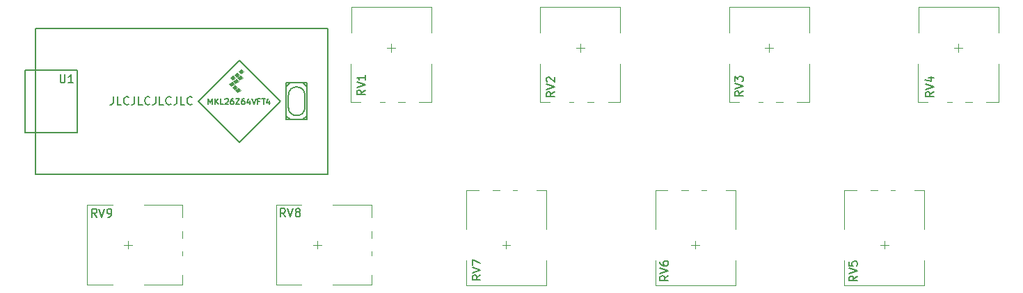
<source format=gbr>
%TF.GenerationSoftware,KiCad,Pcbnew,(5.1.10)-1*%
%TF.CreationDate,2021-08-17T18:48:40+09:00*%
%TF.ProjectId,bleachedplusplus,626c6561-6368-4656-9470-6c7573706c75,rev?*%
%TF.SameCoordinates,Original*%
%TF.FileFunction,Legend,Top*%
%TF.FilePolarity,Positive*%
%FSLAX46Y46*%
G04 Gerber Fmt 4.6, Leading zero omitted, Abs format (unit mm)*
G04 Created by KiCad (PCBNEW (5.1.10)-1) date 2021-08-17 18:48:40*
%MOMM*%
%LPD*%
G01*
G04 APERTURE LIST*
%ADD10C,0.150000*%
%ADD11C,0.120000*%
%ADD12C,0.100000*%
G04 APERTURE END LIST*
D10*
X70710952Y-90432380D02*
X70710952Y-91146666D01*
X70663333Y-91289523D01*
X70568095Y-91384761D01*
X70425238Y-91432380D01*
X70330000Y-91432380D01*
X71663333Y-91432380D02*
X71187142Y-91432380D01*
X71187142Y-90432380D01*
X72568095Y-91337142D02*
X72520476Y-91384761D01*
X72377619Y-91432380D01*
X72282380Y-91432380D01*
X72139523Y-91384761D01*
X72044285Y-91289523D01*
X71996666Y-91194285D01*
X71949047Y-91003809D01*
X71949047Y-90860952D01*
X71996666Y-90670476D01*
X72044285Y-90575238D01*
X72139523Y-90480000D01*
X72282380Y-90432380D01*
X72377619Y-90432380D01*
X72520476Y-90480000D01*
X72568095Y-90527619D01*
X73282380Y-90432380D02*
X73282380Y-91146666D01*
X73234761Y-91289523D01*
X73139523Y-91384761D01*
X72996666Y-91432380D01*
X72901428Y-91432380D01*
X74234761Y-91432380D02*
X73758571Y-91432380D01*
X73758571Y-90432380D01*
X75139523Y-91337142D02*
X75091904Y-91384761D01*
X74949047Y-91432380D01*
X74853809Y-91432380D01*
X74710952Y-91384761D01*
X74615714Y-91289523D01*
X74568095Y-91194285D01*
X74520476Y-91003809D01*
X74520476Y-90860952D01*
X74568095Y-90670476D01*
X74615714Y-90575238D01*
X74710952Y-90480000D01*
X74853809Y-90432380D01*
X74949047Y-90432380D01*
X75091904Y-90480000D01*
X75139523Y-90527619D01*
X75853809Y-90432380D02*
X75853809Y-91146666D01*
X75806190Y-91289523D01*
X75710952Y-91384761D01*
X75568095Y-91432380D01*
X75472857Y-91432380D01*
X76806190Y-91432380D02*
X76330000Y-91432380D01*
X76330000Y-90432380D01*
X77710952Y-91337142D02*
X77663333Y-91384761D01*
X77520476Y-91432380D01*
X77425238Y-91432380D01*
X77282380Y-91384761D01*
X77187142Y-91289523D01*
X77139523Y-91194285D01*
X77091904Y-91003809D01*
X77091904Y-90860952D01*
X77139523Y-90670476D01*
X77187142Y-90575238D01*
X77282380Y-90480000D01*
X77425238Y-90432380D01*
X77520476Y-90432380D01*
X77663333Y-90480000D01*
X77710952Y-90527619D01*
X78425238Y-90432380D02*
X78425238Y-91146666D01*
X78377619Y-91289523D01*
X78282380Y-91384761D01*
X78139523Y-91432380D01*
X78044285Y-91432380D01*
X79377619Y-91432380D02*
X78901428Y-91432380D01*
X78901428Y-90432380D01*
X80282380Y-91337142D02*
X80234761Y-91384761D01*
X80091904Y-91432380D01*
X79996666Y-91432380D01*
X79853809Y-91384761D01*
X79758571Y-91289523D01*
X79710952Y-91194285D01*
X79663333Y-91003809D01*
X79663333Y-90860952D01*
X79710952Y-90670476D01*
X79758571Y-90575238D01*
X79853809Y-90480000D01*
X79996666Y-90432380D01*
X80091904Y-90432380D01*
X80234761Y-90480000D01*
X80282380Y-90527619D01*
D11*
%TO.C,RV9*%
X67530000Y-103630000D02*
X67530000Y-113370000D01*
X79120000Y-103630000D02*
X79120000Y-105120000D01*
X70590000Y-103630000D02*
X67530000Y-103630000D01*
X79120000Y-113380000D02*
X74400000Y-113380000D01*
X70590000Y-113370000D02*
X67530000Y-113370000D01*
X79120000Y-103630000D02*
X74400000Y-103630000D01*
X79120000Y-112190000D02*
X79120000Y-113370000D01*
X79120000Y-109290000D02*
X79120000Y-109820000D01*
X79120000Y-106840000D02*
X79120000Y-107670000D01*
D12*
X72500000Y-109000000D02*
X72500000Y-108000000D01*
X73000000Y-108500000D02*
X72000000Y-108500000D01*
D11*
%TO.C,RV8*%
X90530000Y-103630000D02*
X90530000Y-113370000D01*
X102120000Y-103630000D02*
X102120000Y-105120000D01*
X93590000Y-103630000D02*
X90530000Y-103630000D01*
X102120000Y-113380000D02*
X97400000Y-113380000D01*
X93590000Y-113370000D02*
X90530000Y-113370000D01*
X102120000Y-103630000D02*
X97400000Y-103630000D01*
X102120000Y-112190000D02*
X102120000Y-113370000D01*
X102120000Y-109290000D02*
X102120000Y-109820000D01*
X102120000Y-106840000D02*
X102120000Y-107670000D01*
D12*
X95500000Y-109000000D02*
X95500000Y-108000000D01*
X96000000Y-108500000D02*
X95000000Y-108500000D01*
D11*
%TO.C,RV7*%
X113630000Y-113470000D02*
X123370000Y-113470000D01*
X113630000Y-101880000D02*
X115120000Y-101880000D01*
X113630000Y-110410000D02*
X113630000Y-113470000D01*
X123380000Y-101880000D02*
X123380000Y-106600000D01*
X123370000Y-110410000D02*
X123370000Y-113470000D01*
X113630000Y-101880000D02*
X113630000Y-106600000D01*
X122190000Y-101880000D02*
X123370000Y-101880000D01*
X119290000Y-101880000D02*
X119820000Y-101880000D01*
X116840000Y-101880000D02*
X117670000Y-101880000D01*
D12*
X119000000Y-108500000D02*
X118000000Y-108500000D01*
X118500000Y-108000000D02*
X118500000Y-109000000D01*
D11*
%TO.C,RV6*%
X136630000Y-113470000D02*
X146370000Y-113470000D01*
X136630000Y-101880000D02*
X138120000Y-101880000D01*
X136630000Y-110410000D02*
X136630000Y-113470000D01*
X146380000Y-101880000D02*
X146380000Y-106600000D01*
X146370000Y-110410000D02*
X146370000Y-113470000D01*
X136630000Y-101880000D02*
X136630000Y-106600000D01*
X145190000Y-101880000D02*
X146370000Y-101880000D01*
X142290000Y-101880000D02*
X142820000Y-101880000D01*
X139840000Y-101880000D02*
X140670000Y-101880000D01*
D12*
X142000000Y-108500000D02*
X141000000Y-108500000D01*
X141500000Y-108000000D02*
X141500000Y-109000000D01*
D11*
%TO.C,RV5*%
X159630000Y-113470000D02*
X169370000Y-113470000D01*
X159630000Y-101880000D02*
X161120000Y-101880000D01*
X159630000Y-110410000D02*
X159630000Y-113470000D01*
X169380000Y-101880000D02*
X169380000Y-106600000D01*
X169370000Y-110410000D02*
X169370000Y-113470000D01*
X159630000Y-101880000D02*
X159630000Y-106600000D01*
X168190000Y-101880000D02*
X169370000Y-101880000D01*
X165290000Y-101880000D02*
X165820000Y-101880000D01*
X162840000Y-101880000D02*
X163670000Y-101880000D01*
D12*
X165000000Y-108500000D02*
X164000000Y-108500000D01*
X164500000Y-108000000D02*
X164500000Y-109000000D01*
D11*
%TO.C,RV4*%
X178370000Y-79530000D02*
X168630000Y-79530000D01*
X178370000Y-91120000D02*
X176880000Y-91120000D01*
X178370000Y-82590000D02*
X178370000Y-79530000D01*
X168620000Y-91120000D02*
X168620000Y-86400000D01*
X168630000Y-82590000D02*
X168630000Y-79530000D01*
X178370000Y-91120000D02*
X178370000Y-86400000D01*
X169810000Y-91120000D02*
X168630000Y-91120000D01*
X172710000Y-91120000D02*
X172180000Y-91120000D01*
X175160000Y-91120000D02*
X174330000Y-91120000D01*
D12*
X173000000Y-84500000D02*
X174000000Y-84500000D01*
X173500000Y-85000000D02*
X173500000Y-84000000D01*
D11*
%TO.C,RV3*%
X155370000Y-79530000D02*
X145630000Y-79530000D01*
X155370000Y-91120000D02*
X153880000Y-91120000D01*
X155370000Y-82590000D02*
X155370000Y-79530000D01*
X145620000Y-91120000D02*
X145620000Y-86400000D01*
X145630000Y-82590000D02*
X145630000Y-79530000D01*
X155370000Y-91120000D02*
X155370000Y-86400000D01*
X146810000Y-91120000D02*
X145630000Y-91120000D01*
X149710000Y-91120000D02*
X149180000Y-91120000D01*
X152160000Y-91120000D02*
X151330000Y-91120000D01*
D12*
X150000000Y-84500000D02*
X151000000Y-84500000D01*
X150500000Y-85000000D02*
X150500000Y-84000000D01*
D11*
%TO.C,RV2*%
X132370000Y-79530000D02*
X122630000Y-79530000D01*
X132370000Y-91120000D02*
X130880000Y-91120000D01*
X132370000Y-82590000D02*
X132370000Y-79530000D01*
X122620000Y-91120000D02*
X122620000Y-86400000D01*
X122630000Y-82590000D02*
X122630000Y-79530000D01*
X132370000Y-91120000D02*
X132370000Y-86400000D01*
X123810000Y-91120000D02*
X122630000Y-91120000D01*
X126710000Y-91120000D02*
X126180000Y-91120000D01*
X129160000Y-91120000D02*
X128330000Y-91120000D01*
D12*
X127000000Y-84500000D02*
X128000000Y-84500000D01*
X127500000Y-85000000D02*
X127500000Y-84000000D01*
D11*
%TO.C,RV1*%
X109370000Y-79530000D02*
X99630000Y-79530000D01*
X109370000Y-91120000D02*
X107880000Y-91120000D01*
X109370000Y-82590000D02*
X109370000Y-79530000D01*
X99620000Y-91120000D02*
X99620000Y-86400000D01*
X99630000Y-82590000D02*
X99630000Y-79530000D01*
X109370000Y-91120000D02*
X109370000Y-86400000D01*
X100810000Y-91120000D02*
X99630000Y-91120000D01*
X103710000Y-91120000D02*
X103180000Y-91120000D01*
X106160000Y-91120000D02*
X105330000Y-91120000D01*
D12*
X104000000Y-84500000D02*
X105000000Y-84500000D01*
X104500000Y-85000000D02*
X104500000Y-84000000D01*
D10*
%TO.C,U1*%
X92250000Y-93250000D02*
X91750000Y-92750000D01*
X91700000Y-93250000D02*
X92250000Y-93250000D01*
X94250000Y-92750000D02*
X93750000Y-93250000D01*
X91750000Y-89250000D02*
X92250000Y-88750000D01*
X93750000Y-88750000D02*
X92250000Y-88750000D01*
X94250000Y-89250000D02*
X93750000Y-88750000D01*
X94000000Y-91750000D02*
X94000000Y-90250000D01*
X92000000Y-90250000D02*
X92000000Y-91750000D01*
X86000000Y-96000000D02*
X91000000Y-91000000D01*
X81000000Y-91000000D02*
X86000000Y-96000000D01*
X86000000Y-86000000D02*
X81000000Y-91000000D01*
X91000000Y-91000000D02*
X86000000Y-86000000D01*
X61220000Y-94810000D02*
X59950000Y-94810000D01*
X59950000Y-94810000D02*
X59950000Y-87190000D01*
X59950000Y-87190000D02*
X61220000Y-87190000D01*
X66300000Y-94810000D02*
X66300000Y-87190000D01*
X66300000Y-87190000D02*
X61220000Y-87190000D01*
X66300000Y-94810000D02*
X61220000Y-94810000D01*
X94250000Y-88750000D02*
X94240000Y-93250000D01*
X94240000Y-93250000D02*
X91700000Y-93250000D01*
X91700000Y-93250000D02*
X91700000Y-88750000D01*
X91700000Y-88750000D02*
X94240000Y-88750000D01*
X61220000Y-82110000D02*
X96780000Y-82110000D01*
X96780000Y-82110000D02*
X96780000Y-99890000D01*
X96780000Y-99890000D02*
X61220000Y-99890000D01*
X61220000Y-99890000D02*
X61220000Y-82110000D01*
D12*
G36*
X85187000Y-88421000D02*
G01*
X84933000Y-88167000D01*
X85314000Y-87913000D01*
X85568000Y-88167000D01*
X85187000Y-88421000D01*
G37*
X85187000Y-88421000D02*
X84933000Y-88167000D01*
X85314000Y-87913000D01*
X85568000Y-88167000D01*
X85187000Y-88421000D01*
G36*
X85568000Y-88802000D02*
G01*
X85314000Y-88548000D01*
X85695000Y-88294000D01*
X85949000Y-88548000D01*
X85568000Y-88802000D01*
G37*
X85568000Y-88802000D02*
X85314000Y-88548000D01*
X85695000Y-88294000D01*
X85949000Y-88548000D01*
X85568000Y-88802000D01*
G36*
X86203000Y-87659000D02*
G01*
X85949000Y-87405000D01*
X86330000Y-87151000D01*
X86584000Y-87405000D01*
X86203000Y-87659000D01*
G37*
X86203000Y-87659000D02*
X85949000Y-87405000D01*
X86330000Y-87151000D01*
X86584000Y-87405000D01*
X86203000Y-87659000D01*
G36*
X85441000Y-89564000D02*
G01*
X85187000Y-89310000D01*
X85568000Y-89056000D01*
X85822000Y-89310000D01*
X85441000Y-89564000D01*
G37*
X85441000Y-89564000D02*
X85187000Y-89310000D01*
X85568000Y-89056000D01*
X85822000Y-89310000D01*
X85441000Y-89564000D01*
G36*
X85695000Y-88040000D02*
G01*
X85441000Y-87786000D01*
X85822000Y-87532000D01*
X86076000Y-87786000D01*
X85695000Y-88040000D01*
G37*
X85695000Y-88040000D02*
X85441000Y-87786000D01*
X85822000Y-87532000D01*
X86076000Y-87786000D01*
X85695000Y-88040000D01*
G36*
X85822000Y-89945000D02*
G01*
X85568000Y-89691000D01*
X85949000Y-89437000D01*
X86203000Y-89691000D01*
X85822000Y-89945000D01*
G37*
X85822000Y-89945000D02*
X85568000Y-89691000D01*
X85949000Y-89437000D01*
X86203000Y-89691000D01*
X85822000Y-89945000D01*
G36*
X85060000Y-89183000D02*
G01*
X84806000Y-88929000D01*
X85187000Y-88675000D01*
X85441000Y-88929000D01*
X85060000Y-89183000D01*
G37*
X85060000Y-89183000D02*
X84806000Y-88929000D01*
X85187000Y-88675000D01*
X85441000Y-88929000D01*
X85060000Y-89183000D01*
G36*
X86076000Y-88421000D02*
G01*
X85822000Y-88167000D01*
X86203000Y-87913000D01*
X86457000Y-88167000D01*
X86076000Y-88421000D01*
G37*
X86076000Y-88421000D02*
X85822000Y-88167000D01*
X86203000Y-87913000D01*
X86457000Y-88167000D01*
X86076000Y-88421000D01*
D10*
X94000000Y-91750000D02*
G75*
G02*
X92000000Y-91750000I-1000000J0D01*
G01*
X92000000Y-90250000D02*
G75*
G02*
X94000000Y-90250000I1000000J0D01*
G01*
%TO.C,RV9*%
X68684761Y-105112380D02*
X68351428Y-104636190D01*
X68113333Y-105112380D02*
X68113333Y-104112380D01*
X68494285Y-104112380D01*
X68589523Y-104160000D01*
X68637142Y-104207619D01*
X68684761Y-104302857D01*
X68684761Y-104445714D01*
X68637142Y-104540952D01*
X68589523Y-104588571D01*
X68494285Y-104636190D01*
X68113333Y-104636190D01*
X68970476Y-104112380D02*
X69303809Y-105112380D01*
X69637142Y-104112380D01*
X70018095Y-105112380D02*
X70208571Y-105112380D01*
X70303809Y-105064761D01*
X70351428Y-105017142D01*
X70446666Y-104874285D01*
X70494285Y-104683809D01*
X70494285Y-104302857D01*
X70446666Y-104207619D01*
X70399047Y-104160000D01*
X70303809Y-104112380D01*
X70113333Y-104112380D01*
X70018095Y-104160000D01*
X69970476Y-104207619D01*
X69922857Y-104302857D01*
X69922857Y-104540952D01*
X69970476Y-104636190D01*
X70018095Y-104683809D01*
X70113333Y-104731428D01*
X70303809Y-104731428D01*
X70399047Y-104683809D01*
X70446666Y-104636190D01*
X70494285Y-104540952D01*
%TO.C,RV8*%
X91624761Y-105082380D02*
X91291428Y-104606190D01*
X91053333Y-105082380D02*
X91053333Y-104082380D01*
X91434285Y-104082380D01*
X91529523Y-104130000D01*
X91577142Y-104177619D01*
X91624761Y-104272857D01*
X91624761Y-104415714D01*
X91577142Y-104510952D01*
X91529523Y-104558571D01*
X91434285Y-104606190D01*
X91053333Y-104606190D01*
X91910476Y-104082380D02*
X92243809Y-105082380D01*
X92577142Y-104082380D01*
X93053333Y-104510952D02*
X92958095Y-104463333D01*
X92910476Y-104415714D01*
X92862857Y-104320476D01*
X92862857Y-104272857D01*
X92910476Y-104177619D01*
X92958095Y-104130000D01*
X93053333Y-104082380D01*
X93243809Y-104082380D01*
X93339047Y-104130000D01*
X93386666Y-104177619D01*
X93434285Y-104272857D01*
X93434285Y-104320476D01*
X93386666Y-104415714D01*
X93339047Y-104463333D01*
X93243809Y-104510952D01*
X93053333Y-104510952D01*
X92958095Y-104558571D01*
X92910476Y-104606190D01*
X92862857Y-104701428D01*
X92862857Y-104891904D01*
X92910476Y-104987142D01*
X92958095Y-105034761D01*
X93053333Y-105082380D01*
X93243809Y-105082380D01*
X93339047Y-105034761D01*
X93386666Y-104987142D01*
X93434285Y-104891904D01*
X93434285Y-104701428D01*
X93386666Y-104606190D01*
X93339047Y-104558571D01*
X93243809Y-104510952D01*
%TO.C,RV7*%
X115362380Y-112195238D02*
X114886190Y-112528571D01*
X115362380Y-112766666D02*
X114362380Y-112766666D01*
X114362380Y-112385714D01*
X114410000Y-112290476D01*
X114457619Y-112242857D01*
X114552857Y-112195238D01*
X114695714Y-112195238D01*
X114790952Y-112242857D01*
X114838571Y-112290476D01*
X114886190Y-112385714D01*
X114886190Y-112766666D01*
X114362380Y-111909523D02*
X115362380Y-111576190D01*
X114362380Y-111242857D01*
X114362380Y-111004761D02*
X114362380Y-110338095D01*
X115362380Y-110766666D01*
%TO.C,RV6*%
X138212380Y-112285238D02*
X137736190Y-112618571D01*
X138212380Y-112856666D02*
X137212380Y-112856666D01*
X137212380Y-112475714D01*
X137260000Y-112380476D01*
X137307619Y-112332857D01*
X137402857Y-112285238D01*
X137545714Y-112285238D01*
X137640952Y-112332857D01*
X137688571Y-112380476D01*
X137736190Y-112475714D01*
X137736190Y-112856666D01*
X137212380Y-111999523D02*
X138212380Y-111666190D01*
X137212380Y-111332857D01*
X137212380Y-110570952D02*
X137212380Y-110761428D01*
X137260000Y-110856666D01*
X137307619Y-110904285D01*
X137450476Y-110999523D01*
X137640952Y-111047142D01*
X138021904Y-111047142D01*
X138117142Y-110999523D01*
X138164761Y-110951904D01*
X138212380Y-110856666D01*
X138212380Y-110666190D01*
X138164761Y-110570952D01*
X138117142Y-110523333D01*
X138021904Y-110475714D01*
X137783809Y-110475714D01*
X137688571Y-110523333D01*
X137640952Y-110570952D01*
X137593333Y-110666190D01*
X137593333Y-110856666D01*
X137640952Y-110951904D01*
X137688571Y-110999523D01*
X137783809Y-111047142D01*
%TO.C,RV5*%
X161202380Y-112325238D02*
X160726190Y-112658571D01*
X161202380Y-112896666D02*
X160202380Y-112896666D01*
X160202380Y-112515714D01*
X160250000Y-112420476D01*
X160297619Y-112372857D01*
X160392857Y-112325238D01*
X160535714Y-112325238D01*
X160630952Y-112372857D01*
X160678571Y-112420476D01*
X160726190Y-112515714D01*
X160726190Y-112896666D01*
X160202380Y-112039523D02*
X161202380Y-111706190D01*
X160202380Y-111372857D01*
X160202380Y-110563333D02*
X160202380Y-111039523D01*
X160678571Y-111087142D01*
X160630952Y-111039523D01*
X160583333Y-110944285D01*
X160583333Y-110706190D01*
X160630952Y-110610952D01*
X160678571Y-110563333D01*
X160773809Y-110515714D01*
X161011904Y-110515714D01*
X161107142Y-110563333D01*
X161154761Y-110610952D01*
X161202380Y-110706190D01*
X161202380Y-110944285D01*
X161154761Y-111039523D01*
X161107142Y-111087142D01*
%TO.C,RV4*%
X170502380Y-89825238D02*
X170026190Y-90158571D01*
X170502380Y-90396666D02*
X169502380Y-90396666D01*
X169502380Y-90015714D01*
X169550000Y-89920476D01*
X169597619Y-89872857D01*
X169692857Y-89825238D01*
X169835714Y-89825238D01*
X169930952Y-89872857D01*
X169978571Y-89920476D01*
X170026190Y-90015714D01*
X170026190Y-90396666D01*
X169502380Y-89539523D02*
X170502380Y-89206190D01*
X169502380Y-88872857D01*
X169835714Y-88110952D02*
X170502380Y-88110952D01*
X169454761Y-88349047D02*
X170169047Y-88587142D01*
X170169047Y-87968095D01*
%TO.C,RV3*%
X147302380Y-89785238D02*
X146826190Y-90118571D01*
X147302380Y-90356666D02*
X146302380Y-90356666D01*
X146302380Y-89975714D01*
X146350000Y-89880476D01*
X146397619Y-89832857D01*
X146492857Y-89785238D01*
X146635714Y-89785238D01*
X146730952Y-89832857D01*
X146778571Y-89880476D01*
X146826190Y-89975714D01*
X146826190Y-90356666D01*
X146302380Y-89499523D02*
X147302380Y-89166190D01*
X146302380Y-88832857D01*
X146302380Y-88594761D02*
X146302380Y-87975714D01*
X146683333Y-88309047D01*
X146683333Y-88166190D01*
X146730952Y-88070952D01*
X146778571Y-88023333D01*
X146873809Y-87975714D01*
X147111904Y-87975714D01*
X147207142Y-88023333D01*
X147254761Y-88070952D01*
X147302380Y-88166190D01*
X147302380Y-88451904D01*
X147254761Y-88547142D01*
X147207142Y-88594761D01*
%TO.C,RV2*%
X124392380Y-89865238D02*
X123916190Y-90198571D01*
X124392380Y-90436666D02*
X123392380Y-90436666D01*
X123392380Y-90055714D01*
X123440000Y-89960476D01*
X123487619Y-89912857D01*
X123582857Y-89865238D01*
X123725714Y-89865238D01*
X123820952Y-89912857D01*
X123868571Y-89960476D01*
X123916190Y-90055714D01*
X123916190Y-90436666D01*
X123392380Y-89579523D02*
X124392380Y-89246190D01*
X123392380Y-88912857D01*
X123487619Y-88627142D02*
X123440000Y-88579523D01*
X123392380Y-88484285D01*
X123392380Y-88246190D01*
X123440000Y-88150952D01*
X123487619Y-88103333D01*
X123582857Y-88055714D01*
X123678095Y-88055714D01*
X123820952Y-88103333D01*
X124392380Y-88674761D01*
X124392380Y-88055714D01*
%TO.C,RV1*%
X101332380Y-89625238D02*
X100856190Y-89958571D01*
X101332380Y-90196666D02*
X100332380Y-90196666D01*
X100332380Y-89815714D01*
X100380000Y-89720476D01*
X100427619Y-89672857D01*
X100522857Y-89625238D01*
X100665714Y-89625238D01*
X100760952Y-89672857D01*
X100808571Y-89720476D01*
X100856190Y-89815714D01*
X100856190Y-90196666D01*
X100332380Y-89339523D02*
X101332380Y-89006190D01*
X100332380Y-88672857D01*
X101332380Y-87815714D02*
X101332380Y-88387142D01*
X101332380Y-88101428D02*
X100332380Y-88101428D01*
X100475238Y-88196666D01*
X100570476Y-88291904D01*
X100618095Y-88387142D01*
%TO.C,U1*%
X64248095Y-87742380D02*
X64248095Y-88551904D01*
X64295714Y-88647142D01*
X64343333Y-88694761D01*
X64438571Y-88742380D01*
X64629047Y-88742380D01*
X64724285Y-88694761D01*
X64771904Y-88647142D01*
X64819523Y-88551904D01*
X64819523Y-87742380D01*
X65819523Y-88742380D02*
X65248095Y-88742380D01*
X65533809Y-88742380D02*
X65533809Y-87742380D01*
X65438571Y-87885238D01*
X65343333Y-87980476D01*
X65248095Y-88028095D01*
X82266666Y-91376666D02*
X82266666Y-90676666D01*
X82500000Y-91176666D01*
X82733333Y-90676666D01*
X82733333Y-91376666D01*
X83066666Y-91376666D02*
X83066666Y-90676666D01*
X83466666Y-91376666D02*
X83166666Y-90976666D01*
X83466666Y-90676666D02*
X83066666Y-91076666D01*
X84100000Y-91376666D02*
X83766666Y-91376666D01*
X83766666Y-90676666D01*
X84300000Y-90743333D02*
X84333333Y-90710000D01*
X84400000Y-90676666D01*
X84566666Y-90676666D01*
X84633333Y-90710000D01*
X84666666Y-90743333D01*
X84700000Y-90810000D01*
X84700000Y-90876666D01*
X84666666Y-90976666D01*
X84266666Y-91376666D01*
X84700000Y-91376666D01*
X85300000Y-90676666D02*
X85166666Y-90676666D01*
X85100000Y-90710000D01*
X85066666Y-90743333D01*
X85000000Y-90843333D01*
X84966666Y-90976666D01*
X84966666Y-91243333D01*
X85000000Y-91310000D01*
X85033333Y-91343333D01*
X85100000Y-91376666D01*
X85233333Y-91376666D01*
X85300000Y-91343333D01*
X85333333Y-91310000D01*
X85366666Y-91243333D01*
X85366666Y-91076666D01*
X85333333Y-91010000D01*
X85300000Y-90976666D01*
X85233333Y-90943333D01*
X85100000Y-90943333D01*
X85033333Y-90976666D01*
X85000000Y-91010000D01*
X84966666Y-91076666D01*
X85600000Y-90676666D02*
X86066666Y-90676666D01*
X85600000Y-91376666D01*
X86066666Y-91376666D01*
X86633333Y-90676666D02*
X86500000Y-90676666D01*
X86433333Y-90710000D01*
X86400000Y-90743333D01*
X86333333Y-90843333D01*
X86300000Y-90976666D01*
X86300000Y-91243333D01*
X86333333Y-91310000D01*
X86366666Y-91343333D01*
X86433333Y-91376666D01*
X86566666Y-91376666D01*
X86633333Y-91343333D01*
X86666666Y-91310000D01*
X86700000Y-91243333D01*
X86700000Y-91076666D01*
X86666666Y-91010000D01*
X86633333Y-90976666D01*
X86566666Y-90943333D01*
X86433333Y-90943333D01*
X86366666Y-90976666D01*
X86333333Y-91010000D01*
X86300000Y-91076666D01*
X87300000Y-90910000D02*
X87300000Y-91376666D01*
X87133333Y-90643333D02*
X86966666Y-91143333D01*
X87400000Y-91143333D01*
X87566666Y-90676666D02*
X87800000Y-91376666D01*
X88033333Y-90676666D01*
X88500000Y-91010000D02*
X88266666Y-91010000D01*
X88266666Y-91376666D02*
X88266666Y-90676666D01*
X88600000Y-90676666D01*
X88766666Y-90676666D02*
X89166666Y-90676666D01*
X88966666Y-91376666D02*
X88966666Y-90676666D01*
X89700000Y-90910000D02*
X89700000Y-91376666D01*
X89533333Y-90643333D02*
X89366666Y-91143333D01*
X89800000Y-91143333D01*
%TD*%
M02*

</source>
